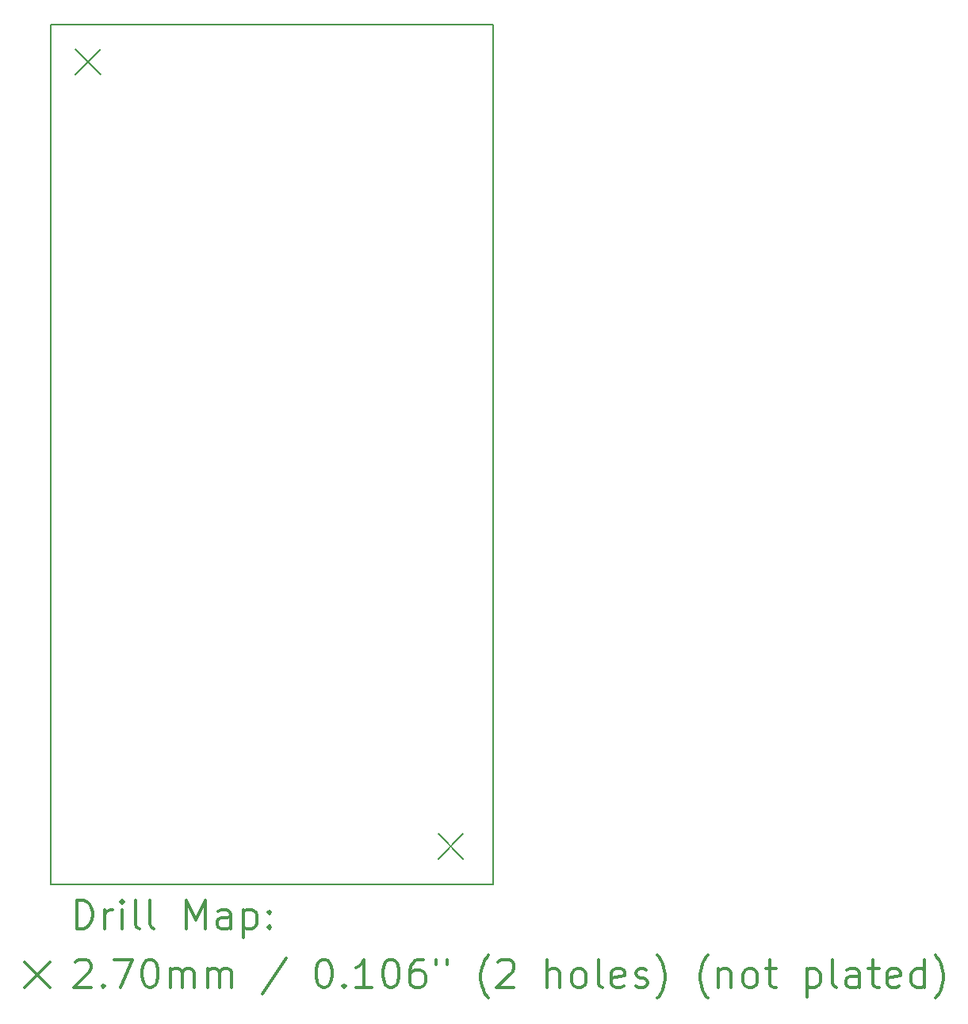
<source format=gbr>
%FSLAX45Y45*%
G04 Gerber Fmt 4.5, Leading zero omitted, Abs format (unit mm)*
G04 Created by KiCad (PCBNEW (5.0.1)-3) date 08.04.2021 14:22:42*
%MOMM*%
%LPD*%
G01*
G04 APERTURE LIST*
%ADD10C,0.150000*%
%ADD11C,0.200000*%
%ADD12C,0.300000*%
G04 APERTURE END LIST*
D10*
X13475000Y-11025000D02*
X13475000Y-1850000D01*
X18200000Y-11025000D02*
X13475000Y-11025000D01*
X18200000Y-1850000D02*
X18200000Y-11025000D01*
X13475000Y-1850000D02*
X18200000Y-1850000D01*
D11*
X17615000Y-10490000D02*
X17885000Y-10760000D01*
X17885000Y-10490000D02*
X17615000Y-10760000D01*
X13740000Y-2115000D02*
X14010000Y-2385000D01*
X14010000Y-2115000D02*
X13740000Y-2385000D01*
D12*
X13753928Y-11498214D02*
X13753928Y-11198214D01*
X13825357Y-11198214D01*
X13868214Y-11212500D01*
X13896786Y-11241071D01*
X13911071Y-11269643D01*
X13925357Y-11326786D01*
X13925357Y-11369643D01*
X13911071Y-11426786D01*
X13896786Y-11455357D01*
X13868214Y-11483929D01*
X13825357Y-11498214D01*
X13753928Y-11498214D01*
X14053928Y-11498214D02*
X14053928Y-11298214D01*
X14053928Y-11355357D02*
X14068214Y-11326786D01*
X14082500Y-11312500D01*
X14111071Y-11298214D01*
X14139643Y-11298214D01*
X14239643Y-11498214D02*
X14239643Y-11298214D01*
X14239643Y-11198214D02*
X14225357Y-11212500D01*
X14239643Y-11226786D01*
X14253928Y-11212500D01*
X14239643Y-11198214D01*
X14239643Y-11226786D01*
X14425357Y-11498214D02*
X14396786Y-11483929D01*
X14382500Y-11455357D01*
X14382500Y-11198214D01*
X14582500Y-11498214D02*
X14553928Y-11483929D01*
X14539643Y-11455357D01*
X14539643Y-11198214D01*
X14925357Y-11498214D02*
X14925357Y-11198214D01*
X15025357Y-11412500D01*
X15125357Y-11198214D01*
X15125357Y-11498214D01*
X15396786Y-11498214D02*
X15396786Y-11341071D01*
X15382500Y-11312500D01*
X15353928Y-11298214D01*
X15296786Y-11298214D01*
X15268214Y-11312500D01*
X15396786Y-11483929D02*
X15368214Y-11498214D01*
X15296786Y-11498214D01*
X15268214Y-11483929D01*
X15253928Y-11455357D01*
X15253928Y-11426786D01*
X15268214Y-11398214D01*
X15296786Y-11383929D01*
X15368214Y-11383929D01*
X15396786Y-11369643D01*
X15539643Y-11298214D02*
X15539643Y-11598214D01*
X15539643Y-11312500D02*
X15568214Y-11298214D01*
X15625357Y-11298214D01*
X15653928Y-11312500D01*
X15668214Y-11326786D01*
X15682500Y-11355357D01*
X15682500Y-11441071D01*
X15668214Y-11469643D01*
X15653928Y-11483929D01*
X15625357Y-11498214D01*
X15568214Y-11498214D01*
X15539643Y-11483929D01*
X15811071Y-11469643D02*
X15825357Y-11483929D01*
X15811071Y-11498214D01*
X15796786Y-11483929D01*
X15811071Y-11469643D01*
X15811071Y-11498214D01*
X15811071Y-11312500D02*
X15825357Y-11326786D01*
X15811071Y-11341071D01*
X15796786Y-11326786D01*
X15811071Y-11312500D01*
X15811071Y-11341071D01*
X13197500Y-11857500D02*
X13467500Y-12127500D01*
X13467500Y-11857500D02*
X13197500Y-12127500D01*
X13739643Y-11856786D02*
X13753928Y-11842500D01*
X13782500Y-11828214D01*
X13853928Y-11828214D01*
X13882500Y-11842500D01*
X13896786Y-11856786D01*
X13911071Y-11885357D01*
X13911071Y-11913929D01*
X13896786Y-11956786D01*
X13725357Y-12128214D01*
X13911071Y-12128214D01*
X14039643Y-12099643D02*
X14053928Y-12113929D01*
X14039643Y-12128214D01*
X14025357Y-12113929D01*
X14039643Y-12099643D01*
X14039643Y-12128214D01*
X14153928Y-11828214D02*
X14353928Y-11828214D01*
X14225357Y-12128214D01*
X14525357Y-11828214D02*
X14553928Y-11828214D01*
X14582500Y-11842500D01*
X14596786Y-11856786D01*
X14611071Y-11885357D01*
X14625357Y-11942500D01*
X14625357Y-12013929D01*
X14611071Y-12071071D01*
X14596786Y-12099643D01*
X14582500Y-12113929D01*
X14553928Y-12128214D01*
X14525357Y-12128214D01*
X14496786Y-12113929D01*
X14482500Y-12099643D01*
X14468214Y-12071071D01*
X14453928Y-12013929D01*
X14453928Y-11942500D01*
X14468214Y-11885357D01*
X14482500Y-11856786D01*
X14496786Y-11842500D01*
X14525357Y-11828214D01*
X14753928Y-12128214D02*
X14753928Y-11928214D01*
X14753928Y-11956786D02*
X14768214Y-11942500D01*
X14796786Y-11928214D01*
X14839643Y-11928214D01*
X14868214Y-11942500D01*
X14882500Y-11971071D01*
X14882500Y-12128214D01*
X14882500Y-11971071D02*
X14896786Y-11942500D01*
X14925357Y-11928214D01*
X14968214Y-11928214D01*
X14996786Y-11942500D01*
X15011071Y-11971071D01*
X15011071Y-12128214D01*
X15153928Y-12128214D02*
X15153928Y-11928214D01*
X15153928Y-11956786D02*
X15168214Y-11942500D01*
X15196786Y-11928214D01*
X15239643Y-11928214D01*
X15268214Y-11942500D01*
X15282500Y-11971071D01*
X15282500Y-12128214D01*
X15282500Y-11971071D02*
X15296786Y-11942500D01*
X15325357Y-11928214D01*
X15368214Y-11928214D01*
X15396786Y-11942500D01*
X15411071Y-11971071D01*
X15411071Y-12128214D01*
X15996786Y-11813929D02*
X15739643Y-12199643D01*
X16382500Y-11828214D02*
X16411071Y-11828214D01*
X16439643Y-11842500D01*
X16453928Y-11856786D01*
X16468214Y-11885357D01*
X16482500Y-11942500D01*
X16482500Y-12013929D01*
X16468214Y-12071071D01*
X16453928Y-12099643D01*
X16439643Y-12113929D01*
X16411071Y-12128214D01*
X16382500Y-12128214D01*
X16353928Y-12113929D01*
X16339643Y-12099643D01*
X16325357Y-12071071D01*
X16311071Y-12013929D01*
X16311071Y-11942500D01*
X16325357Y-11885357D01*
X16339643Y-11856786D01*
X16353928Y-11842500D01*
X16382500Y-11828214D01*
X16611071Y-12099643D02*
X16625357Y-12113929D01*
X16611071Y-12128214D01*
X16596786Y-12113929D01*
X16611071Y-12099643D01*
X16611071Y-12128214D01*
X16911071Y-12128214D02*
X16739643Y-12128214D01*
X16825357Y-12128214D02*
X16825357Y-11828214D01*
X16796786Y-11871071D01*
X16768214Y-11899643D01*
X16739643Y-11913929D01*
X17096786Y-11828214D02*
X17125357Y-11828214D01*
X17153928Y-11842500D01*
X17168214Y-11856786D01*
X17182500Y-11885357D01*
X17196786Y-11942500D01*
X17196786Y-12013929D01*
X17182500Y-12071071D01*
X17168214Y-12099643D01*
X17153928Y-12113929D01*
X17125357Y-12128214D01*
X17096786Y-12128214D01*
X17068214Y-12113929D01*
X17053928Y-12099643D01*
X17039643Y-12071071D01*
X17025357Y-12013929D01*
X17025357Y-11942500D01*
X17039643Y-11885357D01*
X17053928Y-11856786D01*
X17068214Y-11842500D01*
X17096786Y-11828214D01*
X17453928Y-11828214D02*
X17396786Y-11828214D01*
X17368214Y-11842500D01*
X17353928Y-11856786D01*
X17325357Y-11899643D01*
X17311071Y-11956786D01*
X17311071Y-12071071D01*
X17325357Y-12099643D01*
X17339643Y-12113929D01*
X17368214Y-12128214D01*
X17425357Y-12128214D01*
X17453928Y-12113929D01*
X17468214Y-12099643D01*
X17482500Y-12071071D01*
X17482500Y-11999643D01*
X17468214Y-11971071D01*
X17453928Y-11956786D01*
X17425357Y-11942500D01*
X17368214Y-11942500D01*
X17339643Y-11956786D01*
X17325357Y-11971071D01*
X17311071Y-11999643D01*
X17596786Y-11828214D02*
X17596786Y-11885357D01*
X17711071Y-11828214D02*
X17711071Y-11885357D01*
X18153928Y-12242500D02*
X18139643Y-12228214D01*
X18111071Y-12185357D01*
X18096786Y-12156786D01*
X18082500Y-12113929D01*
X18068214Y-12042500D01*
X18068214Y-11985357D01*
X18082500Y-11913929D01*
X18096786Y-11871071D01*
X18111071Y-11842500D01*
X18139643Y-11799643D01*
X18153928Y-11785357D01*
X18253928Y-11856786D02*
X18268214Y-11842500D01*
X18296786Y-11828214D01*
X18368214Y-11828214D01*
X18396786Y-11842500D01*
X18411071Y-11856786D01*
X18425357Y-11885357D01*
X18425357Y-11913929D01*
X18411071Y-11956786D01*
X18239643Y-12128214D01*
X18425357Y-12128214D01*
X18782500Y-12128214D02*
X18782500Y-11828214D01*
X18911071Y-12128214D02*
X18911071Y-11971071D01*
X18896786Y-11942500D01*
X18868214Y-11928214D01*
X18825357Y-11928214D01*
X18796786Y-11942500D01*
X18782500Y-11956786D01*
X19096786Y-12128214D02*
X19068214Y-12113929D01*
X19053928Y-12099643D01*
X19039643Y-12071071D01*
X19039643Y-11985357D01*
X19053928Y-11956786D01*
X19068214Y-11942500D01*
X19096786Y-11928214D01*
X19139643Y-11928214D01*
X19168214Y-11942500D01*
X19182500Y-11956786D01*
X19196786Y-11985357D01*
X19196786Y-12071071D01*
X19182500Y-12099643D01*
X19168214Y-12113929D01*
X19139643Y-12128214D01*
X19096786Y-12128214D01*
X19368214Y-12128214D02*
X19339643Y-12113929D01*
X19325357Y-12085357D01*
X19325357Y-11828214D01*
X19596786Y-12113929D02*
X19568214Y-12128214D01*
X19511071Y-12128214D01*
X19482500Y-12113929D01*
X19468214Y-12085357D01*
X19468214Y-11971071D01*
X19482500Y-11942500D01*
X19511071Y-11928214D01*
X19568214Y-11928214D01*
X19596786Y-11942500D01*
X19611071Y-11971071D01*
X19611071Y-11999643D01*
X19468214Y-12028214D01*
X19725357Y-12113929D02*
X19753928Y-12128214D01*
X19811071Y-12128214D01*
X19839643Y-12113929D01*
X19853928Y-12085357D01*
X19853928Y-12071071D01*
X19839643Y-12042500D01*
X19811071Y-12028214D01*
X19768214Y-12028214D01*
X19739643Y-12013929D01*
X19725357Y-11985357D01*
X19725357Y-11971071D01*
X19739643Y-11942500D01*
X19768214Y-11928214D01*
X19811071Y-11928214D01*
X19839643Y-11942500D01*
X19953928Y-12242500D02*
X19968214Y-12228214D01*
X19996786Y-12185357D01*
X20011071Y-12156786D01*
X20025357Y-12113929D01*
X20039643Y-12042500D01*
X20039643Y-11985357D01*
X20025357Y-11913929D01*
X20011071Y-11871071D01*
X19996786Y-11842500D01*
X19968214Y-11799643D01*
X19953928Y-11785357D01*
X20496786Y-12242500D02*
X20482500Y-12228214D01*
X20453928Y-12185357D01*
X20439643Y-12156786D01*
X20425357Y-12113929D01*
X20411071Y-12042500D01*
X20411071Y-11985357D01*
X20425357Y-11913929D01*
X20439643Y-11871071D01*
X20453928Y-11842500D01*
X20482500Y-11799643D01*
X20496786Y-11785357D01*
X20611071Y-11928214D02*
X20611071Y-12128214D01*
X20611071Y-11956786D02*
X20625357Y-11942500D01*
X20653928Y-11928214D01*
X20696786Y-11928214D01*
X20725357Y-11942500D01*
X20739643Y-11971071D01*
X20739643Y-12128214D01*
X20925357Y-12128214D02*
X20896786Y-12113929D01*
X20882500Y-12099643D01*
X20868214Y-12071071D01*
X20868214Y-11985357D01*
X20882500Y-11956786D01*
X20896786Y-11942500D01*
X20925357Y-11928214D01*
X20968214Y-11928214D01*
X20996786Y-11942500D01*
X21011071Y-11956786D01*
X21025357Y-11985357D01*
X21025357Y-12071071D01*
X21011071Y-12099643D01*
X20996786Y-12113929D01*
X20968214Y-12128214D01*
X20925357Y-12128214D01*
X21111071Y-11928214D02*
X21225357Y-11928214D01*
X21153928Y-11828214D02*
X21153928Y-12085357D01*
X21168214Y-12113929D01*
X21196786Y-12128214D01*
X21225357Y-12128214D01*
X21553928Y-11928214D02*
X21553928Y-12228214D01*
X21553928Y-11942500D02*
X21582500Y-11928214D01*
X21639643Y-11928214D01*
X21668214Y-11942500D01*
X21682500Y-11956786D01*
X21696786Y-11985357D01*
X21696786Y-12071071D01*
X21682500Y-12099643D01*
X21668214Y-12113929D01*
X21639643Y-12128214D01*
X21582500Y-12128214D01*
X21553928Y-12113929D01*
X21868214Y-12128214D02*
X21839643Y-12113929D01*
X21825357Y-12085357D01*
X21825357Y-11828214D01*
X22111071Y-12128214D02*
X22111071Y-11971071D01*
X22096786Y-11942500D01*
X22068214Y-11928214D01*
X22011071Y-11928214D01*
X21982500Y-11942500D01*
X22111071Y-12113929D02*
X22082500Y-12128214D01*
X22011071Y-12128214D01*
X21982500Y-12113929D01*
X21968214Y-12085357D01*
X21968214Y-12056786D01*
X21982500Y-12028214D01*
X22011071Y-12013929D01*
X22082500Y-12013929D01*
X22111071Y-11999643D01*
X22211071Y-11928214D02*
X22325357Y-11928214D01*
X22253928Y-11828214D02*
X22253928Y-12085357D01*
X22268214Y-12113929D01*
X22296786Y-12128214D01*
X22325357Y-12128214D01*
X22539643Y-12113929D02*
X22511071Y-12128214D01*
X22453928Y-12128214D01*
X22425357Y-12113929D01*
X22411071Y-12085357D01*
X22411071Y-11971071D01*
X22425357Y-11942500D01*
X22453928Y-11928214D01*
X22511071Y-11928214D01*
X22539643Y-11942500D01*
X22553928Y-11971071D01*
X22553928Y-11999643D01*
X22411071Y-12028214D01*
X22811071Y-12128214D02*
X22811071Y-11828214D01*
X22811071Y-12113929D02*
X22782500Y-12128214D01*
X22725357Y-12128214D01*
X22696786Y-12113929D01*
X22682500Y-12099643D01*
X22668214Y-12071071D01*
X22668214Y-11985357D01*
X22682500Y-11956786D01*
X22696786Y-11942500D01*
X22725357Y-11928214D01*
X22782500Y-11928214D01*
X22811071Y-11942500D01*
X22925357Y-12242500D02*
X22939643Y-12228214D01*
X22968214Y-12185357D01*
X22982500Y-12156786D01*
X22996786Y-12113929D01*
X23011071Y-12042500D01*
X23011071Y-11985357D01*
X22996786Y-11913929D01*
X22982500Y-11871071D01*
X22968214Y-11842500D01*
X22939643Y-11799643D01*
X22925357Y-11785357D01*
M02*

</source>
